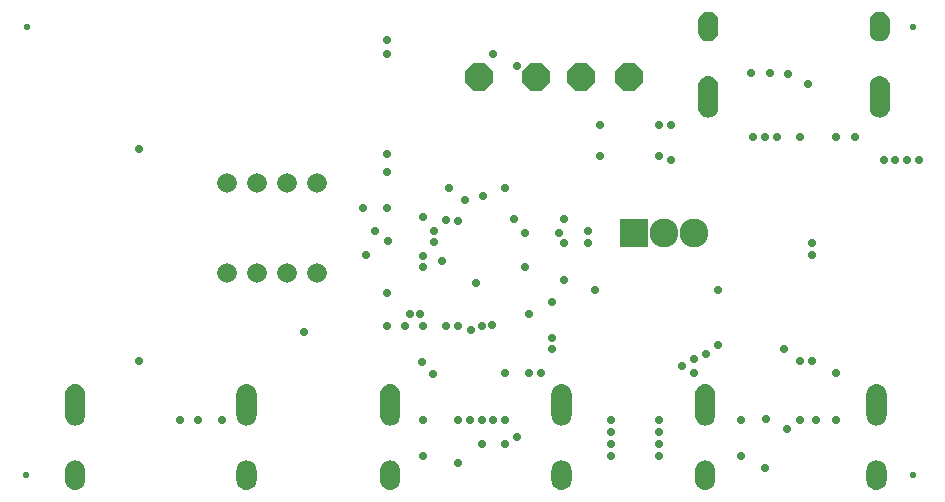
<source format=gbs>
G04 EAGLE Gerber RS-274X export*
G75*
%MOMM*%
%FSLAX34Y34*%
%LPD*%
%INSoldermask Bottom*%
%IPPOS*%
%AMOC8*
5,1,8,0,0,1.08239X$1,22.5*%
G01*
%ADD10C,0.553200*%
%ADD11P,2.556822X8X22.500000*%
%ADD12C,1.666238*%
%ADD13R,2.435200X2.435200*%
%ADD14C,2.435200*%
%ADD15C,0.705600*%

G36*
X508663Y366414D02*
X508663Y366414D01*
X508668Y366419D01*
X508673Y366416D01*
X510267Y366900D01*
X510271Y366906D01*
X510276Y366904D01*
X511746Y367689D01*
X511749Y367696D01*
X511754Y367694D01*
X513042Y368752D01*
X513043Y368759D01*
X513048Y368758D01*
X514106Y370046D01*
X514106Y370054D01*
X514111Y370054D01*
X514896Y371524D01*
X514895Y371531D01*
X514900Y371533D01*
X515384Y373127D01*
X515383Y373131D01*
X515385Y373132D01*
X515383Y373135D01*
X515386Y373137D01*
X515549Y374795D01*
X515547Y374798D01*
X515549Y374800D01*
X515549Y392800D01*
X515547Y392803D01*
X515549Y392805D01*
X515386Y394463D01*
X515381Y394468D01*
X515384Y394473D01*
X514900Y396067D01*
X514894Y396071D01*
X514896Y396076D01*
X514111Y397546D01*
X514104Y397549D01*
X514106Y397554D01*
X513048Y398842D01*
X513041Y398843D01*
X513042Y398848D01*
X511754Y399906D01*
X511746Y399906D01*
X511746Y399911D01*
X510276Y400696D01*
X510269Y400695D01*
X510267Y400700D01*
X508673Y401184D01*
X508666Y401181D01*
X508663Y401186D01*
X507005Y401349D01*
X506999Y401345D01*
X506995Y401349D01*
X505337Y401186D01*
X505332Y401181D01*
X505327Y401184D01*
X503733Y400700D01*
X503729Y400694D01*
X503724Y400696D01*
X502254Y399911D01*
X502251Y399904D01*
X502246Y399906D01*
X500958Y398848D01*
X500957Y398841D01*
X500952Y398842D01*
X499894Y397554D01*
X499894Y397546D01*
X499889Y397546D01*
X499104Y396076D01*
X499105Y396069D01*
X499100Y396067D01*
X498616Y394473D01*
X498619Y394466D01*
X498614Y394463D01*
X498451Y392805D01*
X498453Y392802D01*
X498451Y392800D01*
X498451Y374800D01*
X498453Y374797D01*
X498451Y374795D01*
X498614Y373137D01*
X498619Y373132D01*
X498616Y373127D01*
X499100Y371533D01*
X499106Y371529D01*
X499104Y371524D01*
X499889Y370054D01*
X499896Y370051D01*
X499894Y370046D01*
X500952Y368758D01*
X500959Y368757D01*
X500958Y368752D01*
X502246Y367694D01*
X502254Y367694D01*
X502254Y367689D01*
X503724Y366904D01*
X503731Y366905D01*
X503733Y366900D01*
X505327Y366416D01*
X505334Y366419D01*
X505337Y366414D01*
X506995Y366251D01*
X507001Y366255D01*
X507005Y366251D01*
X508663Y366414D01*
G37*
G36*
X363663Y366414D02*
X363663Y366414D01*
X363668Y366419D01*
X363673Y366416D01*
X365267Y366900D01*
X365271Y366906D01*
X365276Y366904D01*
X366746Y367689D01*
X366749Y367696D01*
X366754Y367694D01*
X368042Y368752D01*
X368043Y368759D01*
X368048Y368758D01*
X369106Y370046D01*
X369106Y370054D01*
X369111Y370054D01*
X369896Y371524D01*
X369895Y371531D01*
X369900Y371533D01*
X370384Y373127D01*
X370383Y373131D01*
X370385Y373132D01*
X370383Y373135D01*
X370386Y373137D01*
X370549Y374795D01*
X370547Y374798D01*
X370549Y374800D01*
X370549Y392800D01*
X370547Y392803D01*
X370549Y392805D01*
X370386Y394463D01*
X370381Y394468D01*
X370384Y394473D01*
X369900Y396067D01*
X369894Y396071D01*
X369896Y396076D01*
X369111Y397546D01*
X369104Y397549D01*
X369106Y397554D01*
X368048Y398842D01*
X368041Y398843D01*
X368042Y398848D01*
X366754Y399906D01*
X366746Y399906D01*
X366746Y399911D01*
X365276Y400696D01*
X365269Y400695D01*
X365267Y400700D01*
X363673Y401184D01*
X363666Y401181D01*
X363663Y401186D01*
X362005Y401349D01*
X361999Y401345D01*
X361995Y401349D01*
X360337Y401186D01*
X360332Y401181D01*
X360327Y401184D01*
X358733Y400700D01*
X358729Y400694D01*
X358724Y400696D01*
X357254Y399911D01*
X357251Y399904D01*
X357246Y399906D01*
X355958Y398848D01*
X355957Y398841D01*
X355952Y398842D01*
X354894Y397554D01*
X354894Y397546D01*
X354889Y397546D01*
X354104Y396076D01*
X354105Y396069D01*
X354100Y396067D01*
X353616Y394473D01*
X353619Y394466D01*
X353614Y394463D01*
X353451Y392805D01*
X353453Y392802D01*
X353451Y392800D01*
X353451Y374800D01*
X353453Y374797D01*
X353451Y374795D01*
X353614Y373137D01*
X353619Y373132D01*
X353616Y373127D01*
X354100Y371533D01*
X354106Y371529D01*
X354104Y371524D01*
X354889Y370054D01*
X354896Y370051D01*
X354894Y370046D01*
X355952Y368758D01*
X355959Y368757D01*
X355958Y368752D01*
X357246Y367694D01*
X357254Y367694D01*
X357254Y367689D01*
X358724Y366904D01*
X358731Y366905D01*
X358733Y366900D01*
X360327Y366416D01*
X360334Y366419D01*
X360337Y366414D01*
X361995Y366251D01*
X362001Y366255D01*
X362005Y366251D01*
X363663Y366414D01*
G37*
G36*
X-172437Y105714D02*
X-172437Y105714D01*
X-172432Y105719D01*
X-172427Y105716D01*
X-170833Y106200D01*
X-170829Y106206D01*
X-170824Y106204D01*
X-169354Y106989D01*
X-169351Y106996D01*
X-169346Y106994D01*
X-168058Y108052D01*
X-168057Y108059D01*
X-168052Y108058D01*
X-166994Y109346D01*
X-166994Y109354D01*
X-166989Y109354D01*
X-166204Y110824D01*
X-166205Y110831D01*
X-166200Y110833D01*
X-165716Y112427D01*
X-165718Y112431D01*
X-165716Y112432D01*
X-165717Y112435D01*
X-165714Y112437D01*
X-165551Y114095D01*
X-165553Y114098D01*
X-165551Y114100D01*
X-165551Y132100D01*
X-165553Y132103D01*
X-165551Y132105D01*
X-165714Y133763D01*
X-165719Y133768D01*
X-165716Y133773D01*
X-166200Y135367D01*
X-166206Y135371D01*
X-166204Y135376D01*
X-166989Y136846D01*
X-166996Y136849D01*
X-166994Y136854D01*
X-168052Y138142D01*
X-168059Y138143D01*
X-168058Y138148D01*
X-169346Y139206D01*
X-169354Y139206D01*
X-169354Y139211D01*
X-170824Y139996D01*
X-170831Y139995D01*
X-170833Y140000D01*
X-172427Y140484D01*
X-172434Y140481D01*
X-172437Y140486D01*
X-174095Y140649D01*
X-174101Y140645D01*
X-174105Y140649D01*
X-175763Y140486D01*
X-175768Y140481D01*
X-175773Y140484D01*
X-177367Y140000D01*
X-177371Y139994D01*
X-177376Y139996D01*
X-178846Y139211D01*
X-178849Y139204D01*
X-178854Y139206D01*
X-180142Y138148D01*
X-180143Y138141D01*
X-180148Y138142D01*
X-181206Y136854D01*
X-181206Y136846D01*
X-181211Y136846D01*
X-181996Y135376D01*
X-181995Y135369D01*
X-182000Y135367D01*
X-182484Y133773D01*
X-182481Y133766D01*
X-182486Y133763D01*
X-182649Y132105D01*
X-182647Y132102D01*
X-182649Y132100D01*
X-182649Y114100D01*
X-182647Y114097D01*
X-182649Y114095D01*
X-182486Y112437D01*
X-182481Y112432D01*
X-182484Y112427D01*
X-182000Y110833D01*
X-181994Y110829D01*
X-181996Y110824D01*
X-181211Y109354D01*
X-181204Y109351D01*
X-181206Y109346D01*
X-180148Y108058D01*
X-180141Y108057D01*
X-180142Y108052D01*
X-178854Y106994D01*
X-178846Y106994D01*
X-178846Y106989D01*
X-177376Y106204D01*
X-177369Y106205D01*
X-177367Y106200D01*
X-175773Y105716D01*
X-175766Y105719D01*
X-175763Y105714D01*
X-174105Y105551D01*
X-174099Y105555D01*
X-174095Y105551D01*
X-172437Y105714D01*
G37*
G36*
X94263Y105714D02*
X94263Y105714D01*
X94268Y105719D01*
X94273Y105716D01*
X95867Y106200D01*
X95871Y106206D01*
X95876Y106204D01*
X97346Y106989D01*
X97349Y106996D01*
X97354Y106994D01*
X98642Y108052D01*
X98643Y108059D01*
X98648Y108058D01*
X99706Y109346D01*
X99706Y109354D01*
X99711Y109354D01*
X100496Y110824D01*
X100495Y110831D01*
X100500Y110833D01*
X100984Y112427D01*
X100983Y112431D01*
X100985Y112432D01*
X100983Y112435D01*
X100986Y112437D01*
X101149Y114095D01*
X101147Y114098D01*
X101149Y114100D01*
X101149Y132100D01*
X101147Y132103D01*
X101149Y132105D01*
X100986Y133763D01*
X100981Y133768D01*
X100984Y133773D01*
X100500Y135367D01*
X100494Y135371D01*
X100496Y135376D01*
X99711Y136846D01*
X99704Y136849D01*
X99706Y136854D01*
X98648Y138142D01*
X98641Y138143D01*
X98642Y138148D01*
X97354Y139206D01*
X97346Y139206D01*
X97346Y139211D01*
X95876Y139996D01*
X95869Y139995D01*
X95867Y140000D01*
X94273Y140484D01*
X94266Y140481D01*
X94263Y140486D01*
X92605Y140649D01*
X92599Y140645D01*
X92595Y140649D01*
X90937Y140486D01*
X90932Y140481D01*
X90927Y140484D01*
X89333Y140000D01*
X89329Y139994D01*
X89324Y139996D01*
X87854Y139211D01*
X87851Y139204D01*
X87846Y139206D01*
X86558Y138148D01*
X86557Y138141D01*
X86552Y138142D01*
X85494Y136854D01*
X85494Y136846D01*
X85489Y136846D01*
X84704Y135376D01*
X84705Y135369D01*
X84700Y135367D01*
X84216Y133773D01*
X84219Y133766D01*
X84214Y133763D01*
X84051Y132105D01*
X84053Y132102D01*
X84051Y132100D01*
X84051Y114100D01*
X84053Y114097D01*
X84051Y114095D01*
X84214Y112437D01*
X84219Y112432D01*
X84216Y112427D01*
X84700Y110833D01*
X84706Y110829D01*
X84704Y110824D01*
X85489Y109354D01*
X85496Y109351D01*
X85494Y109346D01*
X86552Y108058D01*
X86559Y108057D01*
X86558Y108052D01*
X87846Y106994D01*
X87854Y106994D01*
X87854Y106989D01*
X89324Y106204D01*
X89331Y106205D01*
X89333Y106200D01*
X90927Y105716D01*
X90934Y105719D01*
X90937Y105714D01*
X92595Y105551D01*
X92601Y105555D01*
X92605Y105551D01*
X94263Y105714D01*
G37*
G36*
X360963Y105714D02*
X360963Y105714D01*
X360968Y105719D01*
X360973Y105716D01*
X362567Y106200D01*
X362571Y106206D01*
X362576Y106204D01*
X364046Y106989D01*
X364049Y106996D01*
X364054Y106994D01*
X365342Y108052D01*
X365343Y108059D01*
X365348Y108058D01*
X366406Y109346D01*
X366406Y109354D01*
X366411Y109354D01*
X367196Y110824D01*
X367195Y110831D01*
X367200Y110833D01*
X367684Y112427D01*
X367683Y112431D01*
X367685Y112432D01*
X367683Y112435D01*
X367686Y112437D01*
X367849Y114095D01*
X367847Y114098D01*
X367849Y114100D01*
X367849Y132100D01*
X367847Y132103D01*
X367849Y132105D01*
X367686Y133763D01*
X367681Y133768D01*
X367684Y133773D01*
X367200Y135367D01*
X367194Y135371D01*
X367196Y135376D01*
X366411Y136846D01*
X366404Y136849D01*
X366406Y136854D01*
X365348Y138142D01*
X365341Y138143D01*
X365342Y138148D01*
X364054Y139206D01*
X364046Y139206D01*
X364046Y139211D01*
X362576Y139996D01*
X362569Y139995D01*
X362567Y140000D01*
X360973Y140484D01*
X360966Y140481D01*
X360963Y140486D01*
X359305Y140649D01*
X359299Y140645D01*
X359295Y140649D01*
X357637Y140486D01*
X357632Y140481D01*
X357627Y140484D01*
X356033Y140000D01*
X356029Y139994D01*
X356024Y139996D01*
X354554Y139211D01*
X354551Y139204D01*
X354546Y139206D01*
X353258Y138148D01*
X353257Y138141D01*
X353252Y138142D01*
X352194Y136854D01*
X352194Y136846D01*
X352189Y136846D01*
X351404Y135376D01*
X351405Y135369D01*
X351400Y135367D01*
X350916Y133773D01*
X350919Y133766D01*
X350914Y133763D01*
X350751Y132105D01*
X350753Y132102D01*
X350751Y132100D01*
X350751Y114100D01*
X350753Y114097D01*
X350751Y114095D01*
X350914Y112437D01*
X350919Y112432D01*
X350916Y112427D01*
X351400Y110833D01*
X351406Y110829D01*
X351404Y110824D01*
X352189Y109354D01*
X352196Y109351D01*
X352194Y109346D01*
X353252Y108058D01*
X353259Y108057D01*
X353258Y108052D01*
X354546Y106994D01*
X354554Y106994D01*
X354554Y106989D01*
X356024Y106204D01*
X356031Y106205D01*
X356033Y106200D01*
X357627Y105716D01*
X357634Y105719D01*
X357637Y105714D01*
X359295Y105551D01*
X359301Y105555D01*
X359305Y105551D01*
X360963Y105714D01*
G37*
G36*
X505963Y105714D02*
X505963Y105714D01*
X505968Y105719D01*
X505973Y105716D01*
X507567Y106200D01*
X507571Y106206D01*
X507576Y106204D01*
X509046Y106989D01*
X509049Y106996D01*
X509054Y106994D01*
X510342Y108052D01*
X510343Y108059D01*
X510348Y108058D01*
X511406Y109346D01*
X511406Y109354D01*
X511411Y109354D01*
X512196Y110824D01*
X512195Y110831D01*
X512200Y110833D01*
X512684Y112427D01*
X512683Y112431D01*
X512685Y112432D01*
X512683Y112435D01*
X512686Y112437D01*
X512849Y114095D01*
X512847Y114098D01*
X512849Y114100D01*
X512849Y132100D01*
X512847Y132103D01*
X512849Y132105D01*
X512686Y133763D01*
X512681Y133768D01*
X512684Y133773D01*
X512200Y135367D01*
X512194Y135371D01*
X512196Y135376D01*
X511411Y136846D01*
X511404Y136849D01*
X511406Y136854D01*
X510348Y138142D01*
X510341Y138143D01*
X510342Y138148D01*
X509054Y139206D01*
X509046Y139206D01*
X509046Y139211D01*
X507576Y139996D01*
X507569Y139995D01*
X507567Y140000D01*
X505973Y140484D01*
X505966Y140481D01*
X505963Y140486D01*
X504305Y140649D01*
X504299Y140645D01*
X504295Y140649D01*
X502637Y140486D01*
X502632Y140481D01*
X502627Y140484D01*
X501033Y140000D01*
X501029Y139994D01*
X501024Y139996D01*
X499554Y139211D01*
X499551Y139204D01*
X499546Y139206D01*
X498258Y138148D01*
X498257Y138141D01*
X498252Y138142D01*
X497194Y136854D01*
X497194Y136846D01*
X497189Y136846D01*
X496404Y135376D01*
X496405Y135369D01*
X496400Y135367D01*
X495916Y133773D01*
X495919Y133766D01*
X495914Y133763D01*
X495751Y132105D01*
X495753Y132102D01*
X495751Y132100D01*
X495751Y114100D01*
X495753Y114097D01*
X495751Y114095D01*
X495914Y112437D01*
X495919Y112432D01*
X495916Y112427D01*
X496400Y110833D01*
X496406Y110829D01*
X496404Y110824D01*
X497189Y109354D01*
X497196Y109351D01*
X497194Y109346D01*
X498252Y108058D01*
X498259Y108057D01*
X498258Y108052D01*
X499546Y106994D01*
X499554Y106994D01*
X499554Y106989D01*
X501024Y106204D01*
X501031Y106205D01*
X501033Y106200D01*
X502627Y105716D01*
X502634Y105719D01*
X502637Y105714D01*
X504295Y105551D01*
X504301Y105555D01*
X504305Y105551D01*
X505963Y105714D01*
G37*
G36*
X-27437Y105714D02*
X-27437Y105714D01*
X-27432Y105719D01*
X-27427Y105716D01*
X-25833Y106200D01*
X-25829Y106206D01*
X-25824Y106204D01*
X-24354Y106989D01*
X-24351Y106996D01*
X-24346Y106994D01*
X-23058Y108052D01*
X-23057Y108059D01*
X-23052Y108058D01*
X-21994Y109346D01*
X-21994Y109354D01*
X-21989Y109354D01*
X-21204Y110824D01*
X-21205Y110831D01*
X-21200Y110833D01*
X-20716Y112427D01*
X-20718Y112431D01*
X-20716Y112432D01*
X-20717Y112435D01*
X-20714Y112437D01*
X-20551Y114095D01*
X-20553Y114098D01*
X-20551Y114100D01*
X-20551Y132100D01*
X-20553Y132103D01*
X-20551Y132105D01*
X-20714Y133763D01*
X-20719Y133768D01*
X-20716Y133773D01*
X-21200Y135367D01*
X-21206Y135371D01*
X-21204Y135376D01*
X-21989Y136846D01*
X-21996Y136849D01*
X-21994Y136854D01*
X-23052Y138142D01*
X-23059Y138143D01*
X-23058Y138148D01*
X-24346Y139206D01*
X-24354Y139206D01*
X-24354Y139211D01*
X-25824Y139996D01*
X-25831Y139995D01*
X-25833Y140000D01*
X-27427Y140484D01*
X-27434Y140481D01*
X-27437Y140486D01*
X-29095Y140649D01*
X-29101Y140645D01*
X-29105Y140649D01*
X-30763Y140486D01*
X-30768Y140481D01*
X-30773Y140484D01*
X-32367Y140000D01*
X-32371Y139994D01*
X-32376Y139996D01*
X-33846Y139211D01*
X-33849Y139204D01*
X-33854Y139206D01*
X-35142Y138148D01*
X-35143Y138141D01*
X-35148Y138142D01*
X-36206Y136854D01*
X-36206Y136846D01*
X-36211Y136846D01*
X-36996Y135376D01*
X-36995Y135369D01*
X-37000Y135367D01*
X-37484Y133773D01*
X-37481Y133766D01*
X-37486Y133763D01*
X-37649Y132105D01*
X-37647Y132102D01*
X-37649Y132100D01*
X-37649Y114100D01*
X-37647Y114097D01*
X-37649Y114095D01*
X-37486Y112437D01*
X-37481Y112432D01*
X-37484Y112427D01*
X-37000Y110833D01*
X-36994Y110829D01*
X-36996Y110824D01*
X-36211Y109354D01*
X-36204Y109351D01*
X-36206Y109346D01*
X-35148Y108058D01*
X-35141Y108057D01*
X-35142Y108052D01*
X-33854Y106994D01*
X-33846Y106994D01*
X-33846Y106989D01*
X-32376Y106204D01*
X-32369Y106205D01*
X-32367Y106200D01*
X-30773Y105716D01*
X-30766Y105719D01*
X-30763Y105714D01*
X-29105Y105551D01*
X-29099Y105555D01*
X-29095Y105551D01*
X-27437Y105714D01*
G37*
G36*
X239263Y105714D02*
X239263Y105714D01*
X239268Y105719D01*
X239273Y105716D01*
X240867Y106200D01*
X240871Y106206D01*
X240876Y106204D01*
X242346Y106989D01*
X242349Y106996D01*
X242354Y106994D01*
X243642Y108052D01*
X243643Y108059D01*
X243648Y108058D01*
X244706Y109346D01*
X244706Y109354D01*
X244711Y109354D01*
X245496Y110824D01*
X245495Y110831D01*
X245500Y110833D01*
X245984Y112427D01*
X245983Y112431D01*
X245985Y112432D01*
X245983Y112435D01*
X245986Y112437D01*
X246149Y114095D01*
X246147Y114098D01*
X246149Y114100D01*
X246149Y132100D01*
X246147Y132103D01*
X246149Y132105D01*
X245986Y133763D01*
X245981Y133768D01*
X245984Y133773D01*
X245500Y135367D01*
X245494Y135371D01*
X245496Y135376D01*
X244711Y136846D01*
X244704Y136849D01*
X244706Y136854D01*
X243648Y138142D01*
X243641Y138143D01*
X243642Y138148D01*
X242354Y139206D01*
X242346Y139206D01*
X242346Y139211D01*
X240876Y139996D01*
X240869Y139995D01*
X240867Y140000D01*
X239273Y140484D01*
X239266Y140481D01*
X239263Y140486D01*
X237605Y140649D01*
X237599Y140645D01*
X237595Y140649D01*
X235937Y140486D01*
X235932Y140481D01*
X235927Y140484D01*
X234333Y140000D01*
X234329Y139994D01*
X234324Y139996D01*
X232854Y139211D01*
X232851Y139204D01*
X232846Y139206D01*
X231558Y138148D01*
X231557Y138141D01*
X231552Y138142D01*
X230494Y136854D01*
X230494Y136846D01*
X230489Y136846D01*
X229704Y135376D01*
X229705Y135369D01*
X229700Y135367D01*
X229216Y133773D01*
X229219Y133766D01*
X229214Y133763D01*
X229051Y132105D01*
X229053Y132102D01*
X229051Y132100D01*
X229051Y114100D01*
X229053Y114097D01*
X229051Y114095D01*
X229214Y112437D01*
X229219Y112432D01*
X229216Y112427D01*
X229700Y110833D01*
X229706Y110829D01*
X229704Y110824D01*
X230489Y109354D01*
X230496Y109351D01*
X230494Y109346D01*
X231552Y108058D01*
X231559Y108057D01*
X231558Y108052D01*
X232846Y106994D01*
X232854Y106994D01*
X232854Y106989D01*
X234324Y106204D01*
X234331Y106205D01*
X234333Y106200D01*
X235927Y105716D01*
X235934Y105719D01*
X235937Y105714D01*
X237595Y105551D01*
X237601Y105555D01*
X237605Y105551D01*
X239263Y105714D01*
G37*
G36*
X508663Y431014D02*
X508663Y431014D01*
X508668Y431019D01*
X508673Y431016D01*
X510267Y431500D01*
X510271Y431506D01*
X510276Y431504D01*
X511746Y432289D01*
X511749Y432296D01*
X511754Y432294D01*
X513042Y433352D01*
X513043Y433359D01*
X513048Y433358D01*
X514106Y434646D01*
X514106Y434654D01*
X514111Y434654D01*
X514896Y436124D01*
X514895Y436131D01*
X514900Y436133D01*
X515384Y437727D01*
X515383Y437731D01*
X515385Y437732D01*
X515383Y437735D01*
X515386Y437737D01*
X515549Y439395D01*
X515547Y439398D01*
X515549Y439400D01*
X515549Y447400D01*
X515547Y447403D01*
X515549Y447405D01*
X515386Y449063D01*
X515381Y449068D01*
X515384Y449073D01*
X514900Y450667D01*
X514894Y450671D01*
X514896Y450676D01*
X514111Y452146D01*
X514104Y452149D01*
X514106Y452154D01*
X513048Y453442D01*
X513041Y453443D01*
X513042Y453448D01*
X511754Y454506D01*
X511746Y454506D01*
X511746Y454511D01*
X510276Y455296D01*
X510269Y455295D01*
X510267Y455300D01*
X508673Y455784D01*
X508666Y455781D01*
X508663Y455786D01*
X507005Y455949D01*
X506999Y455945D01*
X506995Y455949D01*
X505337Y455786D01*
X505332Y455781D01*
X505327Y455784D01*
X503733Y455300D01*
X503729Y455294D01*
X503724Y455296D01*
X502254Y454511D01*
X502251Y454504D01*
X502246Y454506D01*
X500958Y453448D01*
X500957Y453441D01*
X500952Y453442D01*
X499894Y452154D01*
X499894Y452146D01*
X499889Y452146D01*
X499104Y450676D01*
X499105Y450669D01*
X499100Y450667D01*
X498616Y449073D01*
X498619Y449066D01*
X498614Y449063D01*
X498451Y447405D01*
X498453Y447402D01*
X498451Y447400D01*
X498451Y439400D01*
X498453Y439397D01*
X498451Y439395D01*
X498614Y437737D01*
X498619Y437732D01*
X498616Y437727D01*
X499100Y436133D01*
X499106Y436129D01*
X499104Y436124D01*
X499889Y434654D01*
X499896Y434651D01*
X499894Y434646D01*
X500952Y433358D01*
X500959Y433357D01*
X500958Y433352D01*
X502246Y432294D01*
X502254Y432294D01*
X502254Y432289D01*
X503724Y431504D01*
X503731Y431505D01*
X503733Y431500D01*
X505327Y431016D01*
X505334Y431019D01*
X505337Y431014D01*
X506995Y430851D01*
X507001Y430855D01*
X507005Y430851D01*
X508663Y431014D01*
G37*
G36*
X363663Y431014D02*
X363663Y431014D01*
X363668Y431019D01*
X363673Y431016D01*
X365267Y431500D01*
X365271Y431506D01*
X365276Y431504D01*
X366746Y432289D01*
X366749Y432296D01*
X366754Y432294D01*
X368042Y433352D01*
X368043Y433359D01*
X368048Y433358D01*
X369106Y434646D01*
X369106Y434654D01*
X369111Y434654D01*
X369896Y436124D01*
X369895Y436131D01*
X369900Y436133D01*
X370384Y437727D01*
X370383Y437731D01*
X370385Y437732D01*
X370383Y437735D01*
X370386Y437737D01*
X370549Y439395D01*
X370547Y439398D01*
X370549Y439400D01*
X370549Y447400D01*
X370547Y447403D01*
X370549Y447405D01*
X370386Y449063D01*
X370381Y449068D01*
X370384Y449073D01*
X369900Y450667D01*
X369894Y450671D01*
X369896Y450676D01*
X369111Y452146D01*
X369104Y452149D01*
X369106Y452154D01*
X368048Y453442D01*
X368041Y453443D01*
X368042Y453448D01*
X366754Y454506D01*
X366746Y454506D01*
X366746Y454511D01*
X365276Y455296D01*
X365269Y455295D01*
X365267Y455300D01*
X363673Y455784D01*
X363666Y455781D01*
X363663Y455786D01*
X362005Y455949D01*
X361999Y455945D01*
X361995Y455949D01*
X360337Y455786D01*
X360332Y455781D01*
X360327Y455784D01*
X358733Y455300D01*
X358729Y455294D01*
X358724Y455296D01*
X357254Y454511D01*
X357251Y454504D01*
X357246Y454506D01*
X355958Y453448D01*
X355957Y453441D01*
X355952Y453442D01*
X354894Y452154D01*
X354894Y452146D01*
X354889Y452146D01*
X354104Y450676D01*
X354105Y450669D01*
X354100Y450667D01*
X353616Y449073D01*
X353619Y449066D01*
X353614Y449063D01*
X353451Y447405D01*
X353453Y447402D01*
X353451Y447400D01*
X353451Y439400D01*
X353453Y439397D01*
X353451Y439395D01*
X353614Y437737D01*
X353619Y437732D01*
X353616Y437727D01*
X354100Y436133D01*
X354106Y436129D01*
X354104Y436124D01*
X354889Y434654D01*
X354896Y434651D01*
X354894Y434646D01*
X355952Y433358D01*
X355959Y433357D01*
X355958Y433352D01*
X357246Y432294D01*
X357254Y432294D01*
X357254Y432289D01*
X358724Y431504D01*
X358731Y431505D01*
X358733Y431500D01*
X360327Y431016D01*
X360334Y431019D01*
X360337Y431014D01*
X361995Y430851D01*
X362001Y430855D01*
X362005Y430851D01*
X363663Y431014D01*
G37*
G36*
X505963Y51114D02*
X505963Y51114D01*
X505968Y51119D01*
X505973Y51116D01*
X507567Y51600D01*
X507571Y51606D01*
X507576Y51604D01*
X509046Y52389D01*
X509049Y52396D01*
X509054Y52394D01*
X510342Y53452D01*
X510343Y53459D01*
X510348Y53458D01*
X511406Y54746D01*
X511406Y54754D01*
X511411Y54754D01*
X512196Y56224D01*
X512195Y56231D01*
X512200Y56233D01*
X512684Y57827D01*
X512683Y57831D01*
X512685Y57832D01*
X512683Y57835D01*
X512686Y57837D01*
X512849Y59495D01*
X512847Y59498D01*
X512849Y59500D01*
X512849Y67500D01*
X512847Y67503D01*
X512849Y67505D01*
X512686Y69163D01*
X512681Y69168D01*
X512684Y69173D01*
X512200Y70767D01*
X512194Y70771D01*
X512196Y70776D01*
X511411Y72246D01*
X511404Y72249D01*
X511406Y72254D01*
X510348Y73542D01*
X510341Y73543D01*
X510342Y73548D01*
X509054Y74606D01*
X509046Y74606D01*
X509046Y74611D01*
X507576Y75396D01*
X507569Y75395D01*
X507567Y75400D01*
X505973Y75884D01*
X505966Y75881D01*
X505963Y75886D01*
X504305Y76049D01*
X504299Y76045D01*
X504295Y76049D01*
X502637Y75886D01*
X502632Y75881D01*
X502627Y75884D01*
X501033Y75400D01*
X501029Y75394D01*
X501024Y75396D01*
X499554Y74611D01*
X499551Y74604D01*
X499546Y74606D01*
X498258Y73548D01*
X498257Y73541D01*
X498252Y73542D01*
X497194Y72254D01*
X497194Y72246D01*
X497189Y72246D01*
X496404Y70776D01*
X496405Y70769D01*
X496400Y70767D01*
X495916Y69173D01*
X495919Y69166D01*
X495914Y69163D01*
X495751Y67505D01*
X495753Y67502D01*
X495751Y67500D01*
X495751Y59500D01*
X495753Y59497D01*
X495751Y59495D01*
X495914Y57837D01*
X495919Y57832D01*
X495916Y57827D01*
X496400Y56233D01*
X496406Y56229D01*
X496404Y56224D01*
X497189Y54754D01*
X497196Y54751D01*
X497194Y54746D01*
X498252Y53458D01*
X498259Y53457D01*
X498258Y53452D01*
X499546Y52394D01*
X499554Y52394D01*
X499554Y52389D01*
X501024Y51604D01*
X501031Y51605D01*
X501033Y51600D01*
X502627Y51116D01*
X502634Y51119D01*
X502637Y51114D01*
X504295Y50951D01*
X504301Y50955D01*
X504305Y50951D01*
X505963Y51114D01*
G37*
G36*
X94263Y51114D02*
X94263Y51114D01*
X94268Y51119D01*
X94273Y51116D01*
X95867Y51600D01*
X95871Y51606D01*
X95876Y51604D01*
X97346Y52389D01*
X97349Y52396D01*
X97354Y52394D01*
X98642Y53452D01*
X98643Y53459D01*
X98648Y53458D01*
X99706Y54746D01*
X99706Y54754D01*
X99711Y54754D01*
X100496Y56224D01*
X100495Y56231D01*
X100500Y56233D01*
X100984Y57827D01*
X100983Y57831D01*
X100985Y57832D01*
X100983Y57835D01*
X100986Y57837D01*
X101149Y59495D01*
X101147Y59498D01*
X101149Y59500D01*
X101149Y67500D01*
X101147Y67503D01*
X101149Y67505D01*
X100986Y69163D01*
X100981Y69168D01*
X100984Y69173D01*
X100500Y70767D01*
X100494Y70771D01*
X100496Y70776D01*
X99711Y72246D01*
X99704Y72249D01*
X99706Y72254D01*
X98648Y73542D01*
X98641Y73543D01*
X98642Y73548D01*
X97354Y74606D01*
X97346Y74606D01*
X97346Y74611D01*
X95876Y75396D01*
X95869Y75395D01*
X95867Y75400D01*
X94273Y75884D01*
X94266Y75881D01*
X94263Y75886D01*
X92605Y76049D01*
X92599Y76045D01*
X92595Y76049D01*
X90937Y75886D01*
X90932Y75881D01*
X90927Y75884D01*
X89333Y75400D01*
X89329Y75394D01*
X89324Y75396D01*
X87854Y74611D01*
X87851Y74604D01*
X87846Y74606D01*
X86558Y73548D01*
X86557Y73541D01*
X86552Y73542D01*
X85494Y72254D01*
X85494Y72246D01*
X85489Y72246D01*
X84704Y70776D01*
X84705Y70769D01*
X84700Y70767D01*
X84216Y69173D01*
X84219Y69166D01*
X84214Y69163D01*
X84051Y67505D01*
X84053Y67502D01*
X84051Y67500D01*
X84051Y59500D01*
X84053Y59497D01*
X84051Y59495D01*
X84214Y57837D01*
X84219Y57832D01*
X84216Y57827D01*
X84700Y56233D01*
X84706Y56229D01*
X84704Y56224D01*
X85489Y54754D01*
X85496Y54751D01*
X85494Y54746D01*
X86552Y53458D01*
X86559Y53457D01*
X86558Y53452D01*
X87846Y52394D01*
X87854Y52394D01*
X87854Y52389D01*
X89324Y51604D01*
X89331Y51605D01*
X89333Y51600D01*
X90927Y51116D01*
X90934Y51119D01*
X90937Y51114D01*
X92595Y50951D01*
X92601Y50955D01*
X92605Y50951D01*
X94263Y51114D01*
G37*
G36*
X239263Y51114D02*
X239263Y51114D01*
X239268Y51119D01*
X239273Y51116D01*
X240867Y51600D01*
X240871Y51606D01*
X240876Y51604D01*
X242346Y52389D01*
X242349Y52396D01*
X242354Y52394D01*
X243642Y53452D01*
X243643Y53459D01*
X243648Y53458D01*
X244706Y54746D01*
X244706Y54754D01*
X244711Y54754D01*
X245496Y56224D01*
X245495Y56231D01*
X245500Y56233D01*
X245984Y57827D01*
X245983Y57831D01*
X245985Y57832D01*
X245983Y57835D01*
X245986Y57837D01*
X246149Y59495D01*
X246147Y59498D01*
X246149Y59500D01*
X246149Y67500D01*
X246147Y67503D01*
X246149Y67505D01*
X245986Y69163D01*
X245981Y69168D01*
X245984Y69173D01*
X245500Y70767D01*
X245494Y70771D01*
X245496Y70776D01*
X244711Y72246D01*
X244704Y72249D01*
X244706Y72254D01*
X243648Y73542D01*
X243641Y73543D01*
X243642Y73548D01*
X242354Y74606D01*
X242346Y74606D01*
X242346Y74611D01*
X240876Y75396D01*
X240869Y75395D01*
X240867Y75400D01*
X239273Y75884D01*
X239266Y75881D01*
X239263Y75886D01*
X237605Y76049D01*
X237599Y76045D01*
X237595Y76049D01*
X235937Y75886D01*
X235932Y75881D01*
X235927Y75884D01*
X234333Y75400D01*
X234329Y75394D01*
X234324Y75396D01*
X232854Y74611D01*
X232851Y74604D01*
X232846Y74606D01*
X231558Y73548D01*
X231557Y73541D01*
X231552Y73542D01*
X230494Y72254D01*
X230494Y72246D01*
X230489Y72246D01*
X229704Y70776D01*
X229705Y70769D01*
X229700Y70767D01*
X229216Y69173D01*
X229219Y69166D01*
X229214Y69163D01*
X229051Y67505D01*
X229053Y67502D01*
X229051Y67500D01*
X229051Y59500D01*
X229053Y59497D01*
X229051Y59495D01*
X229214Y57837D01*
X229219Y57832D01*
X229216Y57827D01*
X229700Y56233D01*
X229706Y56229D01*
X229704Y56224D01*
X230489Y54754D01*
X230496Y54751D01*
X230494Y54746D01*
X231552Y53458D01*
X231559Y53457D01*
X231558Y53452D01*
X232846Y52394D01*
X232854Y52394D01*
X232854Y52389D01*
X234324Y51604D01*
X234331Y51605D01*
X234333Y51600D01*
X235927Y51116D01*
X235934Y51119D01*
X235937Y51114D01*
X237595Y50951D01*
X237601Y50955D01*
X237605Y50951D01*
X239263Y51114D01*
G37*
G36*
X-27437Y51114D02*
X-27437Y51114D01*
X-27432Y51119D01*
X-27427Y51116D01*
X-25833Y51600D01*
X-25829Y51606D01*
X-25824Y51604D01*
X-24354Y52389D01*
X-24351Y52396D01*
X-24346Y52394D01*
X-23058Y53452D01*
X-23057Y53459D01*
X-23052Y53458D01*
X-21994Y54746D01*
X-21994Y54754D01*
X-21989Y54754D01*
X-21204Y56224D01*
X-21205Y56231D01*
X-21200Y56233D01*
X-20716Y57827D01*
X-20718Y57831D01*
X-20716Y57832D01*
X-20717Y57835D01*
X-20714Y57837D01*
X-20551Y59495D01*
X-20553Y59498D01*
X-20551Y59500D01*
X-20551Y67500D01*
X-20553Y67503D01*
X-20551Y67505D01*
X-20714Y69163D01*
X-20719Y69168D01*
X-20716Y69173D01*
X-21200Y70767D01*
X-21206Y70771D01*
X-21204Y70776D01*
X-21989Y72246D01*
X-21996Y72249D01*
X-21994Y72254D01*
X-23052Y73542D01*
X-23059Y73543D01*
X-23058Y73548D01*
X-24346Y74606D01*
X-24354Y74606D01*
X-24354Y74611D01*
X-25824Y75396D01*
X-25831Y75395D01*
X-25833Y75400D01*
X-27427Y75884D01*
X-27434Y75881D01*
X-27437Y75886D01*
X-29095Y76049D01*
X-29101Y76045D01*
X-29105Y76049D01*
X-30763Y75886D01*
X-30768Y75881D01*
X-30773Y75884D01*
X-32367Y75400D01*
X-32371Y75394D01*
X-32376Y75396D01*
X-33846Y74611D01*
X-33849Y74604D01*
X-33854Y74606D01*
X-35142Y73548D01*
X-35143Y73541D01*
X-35148Y73542D01*
X-36206Y72254D01*
X-36206Y72246D01*
X-36211Y72246D01*
X-36996Y70776D01*
X-36995Y70769D01*
X-37000Y70767D01*
X-37484Y69173D01*
X-37481Y69166D01*
X-37486Y69163D01*
X-37649Y67505D01*
X-37647Y67502D01*
X-37649Y67500D01*
X-37649Y59500D01*
X-37647Y59497D01*
X-37649Y59495D01*
X-37486Y57837D01*
X-37481Y57832D01*
X-37484Y57827D01*
X-37000Y56233D01*
X-36994Y56229D01*
X-36996Y56224D01*
X-36211Y54754D01*
X-36204Y54751D01*
X-36206Y54746D01*
X-35148Y53458D01*
X-35141Y53457D01*
X-35142Y53452D01*
X-33854Y52394D01*
X-33846Y52394D01*
X-33846Y52389D01*
X-32376Y51604D01*
X-32369Y51605D01*
X-32367Y51600D01*
X-30773Y51116D01*
X-30766Y51119D01*
X-30763Y51114D01*
X-29105Y50951D01*
X-29099Y50955D01*
X-29095Y50951D01*
X-27437Y51114D01*
G37*
G36*
X360963Y51114D02*
X360963Y51114D01*
X360968Y51119D01*
X360973Y51116D01*
X362567Y51600D01*
X362571Y51606D01*
X362576Y51604D01*
X364046Y52389D01*
X364049Y52396D01*
X364054Y52394D01*
X365342Y53452D01*
X365343Y53459D01*
X365348Y53458D01*
X366406Y54746D01*
X366406Y54754D01*
X366411Y54754D01*
X367196Y56224D01*
X367195Y56231D01*
X367200Y56233D01*
X367684Y57827D01*
X367683Y57831D01*
X367685Y57832D01*
X367683Y57835D01*
X367686Y57837D01*
X367849Y59495D01*
X367847Y59498D01*
X367849Y59500D01*
X367849Y67500D01*
X367847Y67503D01*
X367849Y67505D01*
X367686Y69163D01*
X367681Y69168D01*
X367684Y69173D01*
X367200Y70767D01*
X367194Y70771D01*
X367196Y70776D01*
X366411Y72246D01*
X366404Y72249D01*
X366406Y72254D01*
X365348Y73542D01*
X365341Y73543D01*
X365342Y73548D01*
X364054Y74606D01*
X364046Y74606D01*
X364046Y74611D01*
X362576Y75396D01*
X362569Y75395D01*
X362567Y75400D01*
X360973Y75884D01*
X360966Y75881D01*
X360963Y75886D01*
X359305Y76049D01*
X359299Y76045D01*
X359295Y76049D01*
X357637Y75886D01*
X357632Y75881D01*
X357627Y75884D01*
X356033Y75400D01*
X356029Y75394D01*
X356024Y75396D01*
X354554Y74611D01*
X354551Y74604D01*
X354546Y74606D01*
X353258Y73548D01*
X353257Y73541D01*
X353252Y73542D01*
X352194Y72254D01*
X352194Y72246D01*
X352189Y72246D01*
X351404Y70776D01*
X351405Y70769D01*
X351400Y70767D01*
X350916Y69173D01*
X350919Y69166D01*
X350914Y69163D01*
X350751Y67505D01*
X350753Y67502D01*
X350751Y67500D01*
X350751Y59500D01*
X350753Y59497D01*
X350751Y59495D01*
X350914Y57837D01*
X350919Y57832D01*
X350916Y57827D01*
X351400Y56233D01*
X351406Y56229D01*
X351404Y56224D01*
X352189Y54754D01*
X352196Y54751D01*
X352194Y54746D01*
X353252Y53458D01*
X353259Y53457D01*
X353258Y53452D01*
X354546Y52394D01*
X354554Y52394D01*
X354554Y52389D01*
X356024Y51604D01*
X356031Y51605D01*
X356033Y51600D01*
X357627Y51116D01*
X357634Y51119D01*
X357637Y51114D01*
X359295Y50951D01*
X359301Y50955D01*
X359305Y50951D01*
X360963Y51114D01*
G37*
G36*
X-172437Y51114D02*
X-172437Y51114D01*
X-172432Y51119D01*
X-172427Y51116D01*
X-170833Y51600D01*
X-170829Y51606D01*
X-170824Y51604D01*
X-169354Y52389D01*
X-169351Y52396D01*
X-169346Y52394D01*
X-168058Y53452D01*
X-168057Y53459D01*
X-168052Y53458D01*
X-166994Y54746D01*
X-166994Y54754D01*
X-166989Y54754D01*
X-166204Y56224D01*
X-166205Y56231D01*
X-166200Y56233D01*
X-165716Y57827D01*
X-165718Y57831D01*
X-165716Y57832D01*
X-165717Y57835D01*
X-165714Y57837D01*
X-165551Y59495D01*
X-165553Y59498D01*
X-165551Y59500D01*
X-165551Y67500D01*
X-165553Y67503D01*
X-165551Y67505D01*
X-165714Y69163D01*
X-165719Y69168D01*
X-165716Y69173D01*
X-166200Y70767D01*
X-166206Y70771D01*
X-166204Y70776D01*
X-166989Y72246D01*
X-166996Y72249D01*
X-166994Y72254D01*
X-168052Y73542D01*
X-168059Y73543D01*
X-168058Y73548D01*
X-169346Y74606D01*
X-169354Y74606D01*
X-169354Y74611D01*
X-170824Y75396D01*
X-170831Y75395D01*
X-170833Y75400D01*
X-172427Y75884D01*
X-172434Y75881D01*
X-172437Y75886D01*
X-174095Y76049D01*
X-174101Y76045D01*
X-174105Y76049D01*
X-175763Y75886D01*
X-175768Y75881D01*
X-175773Y75884D01*
X-177367Y75400D01*
X-177371Y75394D01*
X-177376Y75396D01*
X-178846Y74611D01*
X-178849Y74604D01*
X-178854Y74606D01*
X-180142Y73548D01*
X-180143Y73541D01*
X-180148Y73542D01*
X-181206Y72254D01*
X-181206Y72246D01*
X-181211Y72246D01*
X-181996Y70776D01*
X-181995Y70769D01*
X-182000Y70767D01*
X-182484Y69173D01*
X-182481Y69166D01*
X-182486Y69163D01*
X-182649Y67505D01*
X-182647Y67502D01*
X-182649Y67500D01*
X-182649Y59500D01*
X-182647Y59497D01*
X-182649Y59495D01*
X-182486Y57837D01*
X-182481Y57832D01*
X-182484Y57827D01*
X-182000Y56233D01*
X-181994Y56229D01*
X-181996Y56224D01*
X-181211Y54754D01*
X-181204Y54751D01*
X-181206Y54746D01*
X-180148Y53458D01*
X-180141Y53457D01*
X-180142Y53452D01*
X-178854Y52394D01*
X-178846Y52394D01*
X-178846Y52389D01*
X-177376Y51604D01*
X-177369Y51605D01*
X-177367Y51600D01*
X-175773Y51116D01*
X-175766Y51119D01*
X-175763Y51114D01*
X-174105Y50951D01*
X-174099Y50955D01*
X-174095Y50951D01*
X-172437Y51114D01*
G37*
D10*
X-214600Y443400D03*
X-215900Y63500D03*
X535000Y443400D03*
X535000Y63500D03*
D11*
X167800Y400700D03*
D12*
X-45200Y234800D03*
X-19800Y234800D03*
X-19800Y311000D03*
X-45200Y311000D03*
X5600Y234800D03*
X31000Y234800D03*
X5600Y311000D03*
X31000Y311000D03*
D11*
X294800Y400700D03*
X254000Y400700D03*
X215900Y400700D03*
D13*
X299100Y268600D03*
D14*
X324500Y268600D03*
X349900Y268600D03*
D15*
X161080Y186068D03*
X230000Y170000D03*
X170000Y190000D03*
X230047Y179953D03*
X109017Y200000D03*
X190000Y150000D03*
X104816Y190000D03*
X180000Y110000D03*
X120000Y190000D03*
X220000Y150000D03*
X118105Y200000D03*
X210000Y150000D03*
X440000Y350000D03*
X540000Y330000D03*
X320000Y80000D03*
X280000Y80000D03*
X425732Y170092D03*
X360000Y166068D03*
X160000Y110000D03*
X170000Y90000D03*
X420000Y350000D03*
X530000Y330000D03*
X320000Y90000D03*
X280000Y90000D03*
X440000Y160000D03*
X350000Y162136D03*
X170000Y110000D03*
X190000Y90000D03*
X410000Y350000D03*
X520000Y330000D03*
X320000Y100000D03*
X280000Y100000D03*
X450000Y160000D03*
X340000Y156068D03*
X190100Y110000D03*
X200000Y96068D03*
X400000Y350000D03*
X510368Y330000D03*
X320000Y110000D03*
X280000Y110000D03*
X470000Y150000D03*
X350000Y150000D03*
X-50000Y110000D03*
X-70000Y110000D03*
X-85532Y110000D03*
X120000Y249088D03*
X120000Y282136D03*
X398432Y404272D03*
X429500Y403204D03*
X413932Y403772D03*
X446068Y394506D03*
X180000Y420000D03*
X200000Y410000D03*
X428399Y103020D03*
X470000Y110000D03*
X440000Y110000D03*
X452868Y110000D03*
X129718Y260642D03*
X79530Y270000D03*
X206878Y268478D03*
X197375Y280614D03*
X206878Y240000D03*
X130000Y270000D03*
X72164Y250000D03*
X235626Y268478D03*
X240000Y280614D03*
X90000Y432164D03*
X90000Y420000D03*
X90000Y335318D03*
X90000Y320000D03*
X70000Y290000D03*
X190000Y306578D03*
X-120000Y160000D03*
X-120000Y340000D03*
X150000Y110000D03*
X150000Y73932D03*
X410000Y70000D03*
X411160Y111160D03*
X266068Y220000D03*
X260000Y260000D03*
X486068Y350000D03*
X470000Y350000D03*
X119243Y159243D03*
X129032Y149455D03*
X149954Y189954D03*
X179148Y190852D03*
X20000Y184800D03*
X90000Y190000D03*
X90527Y261945D03*
X90000Y217805D03*
X90000Y290000D03*
X150000Y278932D03*
X156022Y296821D03*
X370000Y173932D03*
X370000Y220000D03*
X390000Y110000D03*
X390000Y80000D03*
X120000Y110000D03*
X120000Y80000D03*
X142004Y306578D03*
X164940Y226137D03*
X140000Y190000D03*
X136503Y244574D03*
X120000Y240000D03*
X140000Y280000D03*
X260000Y270000D03*
X240000Y260000D03*
X240000Y228600D03*
X171008Y300000D03*
X450000Y250000D03*
X450000Y260000D03*
X210000Y200000D03*
X230047Y210047D03*
X270000Y333932D03*
X270000Y360000D03*
X320000Y333932D03*
X320000Y360000D03*
X330000Y330000D03*
X330000Y360000D03*
M02*

</source>
